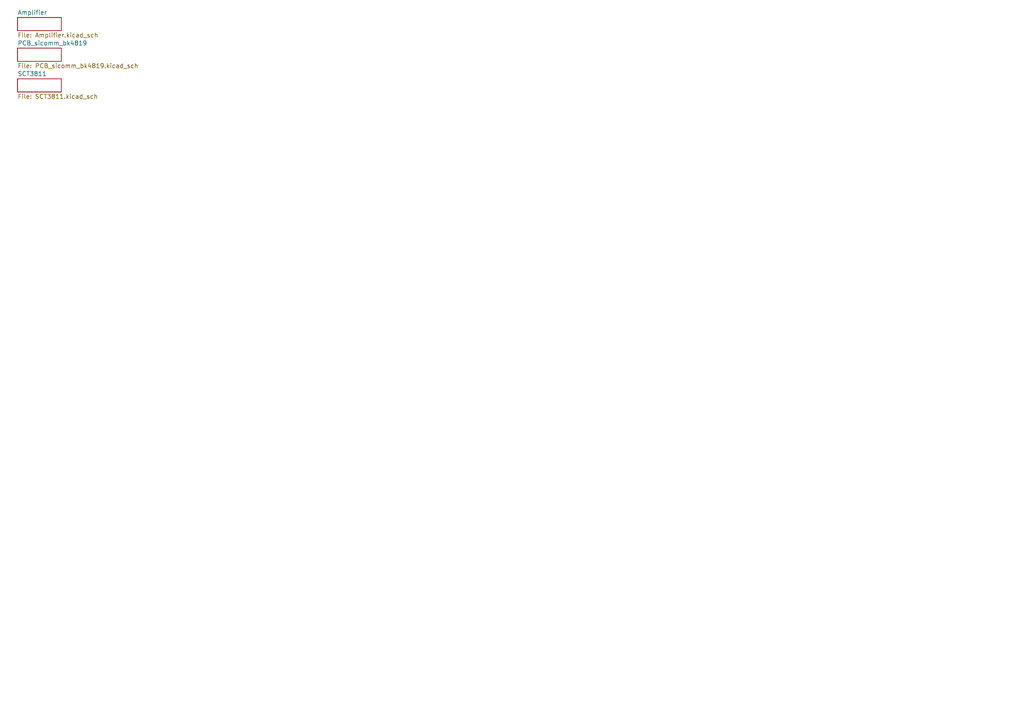
<source format=kicad_sch>
(kicad_sch
	(version 20231120)
	(generator "eeschema")
	(generator_version "8.0")
	(uuid "54e80a51-7b54-4905-a0c5-8a898463be7b")
	(paper "A4")
	(lib_symbols)
	(sheet
		(at 5.08 22.86)
		(size 12.7 3.81)
		(fields_autoplaced yes)
		(stroke
			(width 0)
			(type solid)
		)
		(fill
			(color 0 0 0 0.0000)
		)
		(uuid "3a109753-d504-4a9b-a841-397607579b77")
		(property "Sheetname" "SCT3811"
			(at 5.08 22.1484 0)
			(effects
				(font
					(size 1.27 1.27)
				)
				(justify left bottom)
			)
		)
		(property "Sheetfile" "SCT3811.kicad_sch"
			(at 5.08 27.2546 0)
			(effects
				(font
					(size 1.27 1.27)
				)
				(justify left top)
			)
		)
		(instances
			(project "sicomm_slaveboard_BK4819_v2"
				(path "/54e80a51-7b54-4905-a0c5-8a898463be7b"
					(page "4")
				)
			)
		)
	)
	(sheet
		(at 5.08 5.08)
		(size 12.7 3.81)
		(fields_autoplaced yes)
		(stroke
			(width 0)
			(type solid)
		)
		(fill
			(color 0 0 0 0.0000)
		)
		(uuid "ecf3a5aa-3a28-4b8e-9b25-b32205100f6b")
		(property "Sheetname" "Amplifier"
			(at 5.08 4.3684 0)
			(effects
				(font
					(size 1.27 1.27)
				)
				(justify left bottom)
			)
		)
		(property "Sheetfile" "Amplifier.kicad_sch"
			(at 5.08 9.4746 0)
			(effects
				(font
					(size 1.27 1.27)
				)
				(justify left top)
			)
		)
		(instances
			(project "sicomm_slaveboard_BK4819_v2"
				(path "/54e80a51-7b54-4905-a0c5-8a898463be7b"
					(page "2")
				)
			)
		)
	)
	(sheet
		(at 5.08 13.97)
		(size 12.7 3.81)
		(fields_autoplaced yes)
		(stroke
			(width 0)
			(type solid)
		)
		(fill
			(color 0 0 0 0.0000)
		)
		(uuid "ff6b0692-d420-45ac-bed3-3bd76ff26f16")
		(property "Sheetname" "PCB_sicomm_bk4819"
			(at 5.08 13.2584 0)
			(effects
				(font
					(size 1.27 1.27)
				)
				(justify left bottom)
			)
		)
		(property "Sheetfile" "PCB_sicomm_bk4819.kicad_sch"
			(at 5.08 18.3646 0)
			(effects
				(font
					(size 1.27 1.27)
				)
				(justify left top)
			)
		)
		(instances
			(project "sicomm_slaveboard_BK4819_v2"
				(path "/54e80a51-7b54-4905-a0c5-8a898463be7b"
					(page "3")
				)
			)
		)
	)
	(sheet_instances
		(path "/"
			(page "1")
		)
	)
)

</source>
